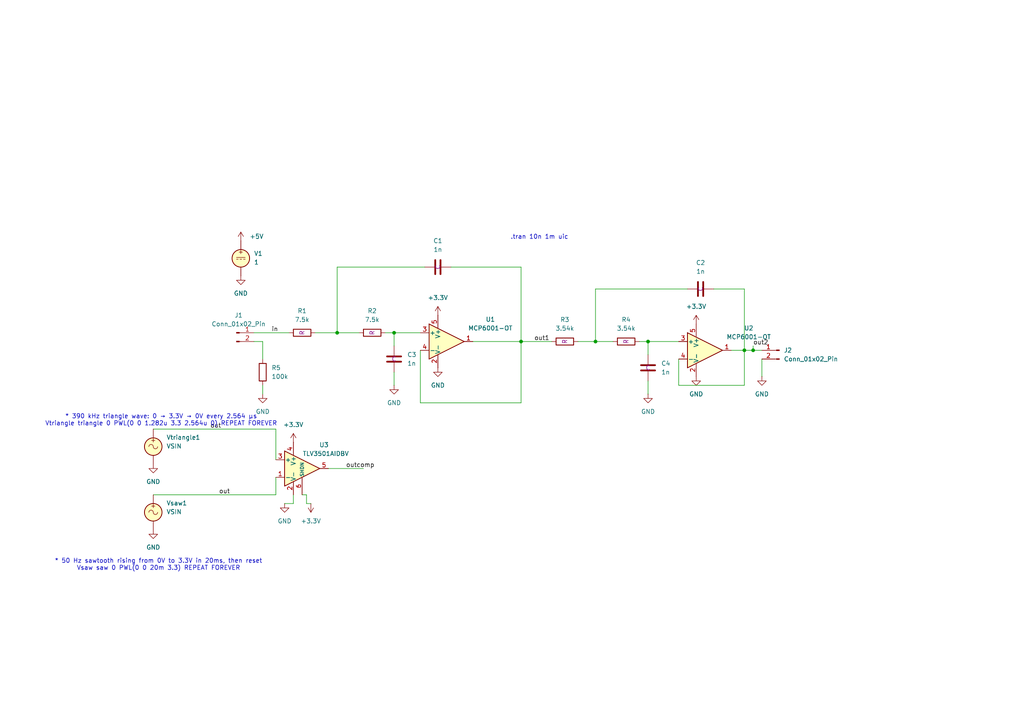
<source format=kicad_sch>
(kicad_sch (version 20250114) (generator "eeschema") (generator_version "9.0")
  (paper "A4")
  (lib_symbols
    (symbol "Amplifier_Operational:MCP6001-OT" (pin_names (offset 0.127))
      (property "Reference" "U" (at -1.27 6.35 0))
      (property "Value" "MCP6001-OT" (at -1.27 3.81 0))
      (symbol "MCP6001-OT_0_1"
        (polyline (pts (xy -5.08 5.08) (xy 5.08 0) (xy -5.08 -5.08) (xy -5.08 5.08)) (stroke (width 0.254)) (fill (type background)))
        (pin power_in line (at -2.54 7.62 270) (length 3.81) (name "V+") (number "5"))
        (pin power_in line (at -2.54 -7.62 90) (length 3.81) (name "V-") (number "2"))
      )
      (symbol "MCP6001-OT_1_1"
        (pin input line (at -7.62 2.54 0) (length 2.54) (name "+") (number "3"))
        (pin input line (at -7.62 -2.54 0) (length 2.54) (name "-") (number "4"))
        (pin output line (at 7.62 0 180) (length 2.54) (name "~") (number "1"))
      )
    )
    (symbol "Comparator:TLV3501AIDBV" (pin_names (offset 0.127))
      (property "Reference" "U" (at 3.81 -5.08 0))
      (property "Value" "TLV3501AIDBV" (at 3.81 -7.62 0))
      (symbol "TLV3501AIDBV_1_1"
        (polyline (pts (xy -5.08 5.08) (xy 5.08 0) (xy -5.08 -5.08) (xy -5.08 5.08)) (stroke (width 0.254)) (fill (type background)))
        (pin input line (at -7.62 2.54 0) (length 2.54) (name "+") (number "3"))
        (pin input line (at -7.62 -2.54 0) (length 2.54) (name "-") (number "1"))
        (pin power_in line (at -2.54 7.62 270) (length 3.81) (name "V+") (number "4"))
        (pin power_in line (at -2.54 -7.62 90) (length 3.81) (name "V-") (number "2"))
        (pin input line (at 0 -7.62 90) (length 5.08) (name "SHDN") (number "6"))
        (pin output line (at 7.62 0 180) (length 2.54) (name "~") (number "5"))
      )
    )
    (symbol "Connector:Conn_01x02_Pin" (pin_names (offset 1.016) (hide yes))
      (property "Reference" "J" (at 0 2.54 0))
      (property "Value" "Conn_01x02_Pin" (at 0 -5.08 0))
      (symbol "Conn_01x02_Pin_1_1"
        (rectangle (start 0.8636 0.127) (end 0 -0.127) (stroke (width 0.1524)) (fill (type outline)))
        (rectangle (start 0.8636 -2.413) (end 0 -2.667) (stroke (width 0.1524)) (fill (type outline)))
        (polyline (pts (xy 1.27 0) (xy 0.8636 0)) (stroke (width 0.1524)))
        (polyline (pts (xy 1.27 -2.54) (xy 0.8636 -2.54)) (stroke (width 0.1524)))
        (pin passive line (at 5.08 0 180) (length 3.81) (name "Pin_1") (number "1"))
        (pin passive line (at 5.08 -2.54 180) (length 3.81) (name "Pin_2") (number "2"))
      )
    )
    (symbol "Device:C" (pin_numbers (hide yes)) (pin_names (offset 0.254))
      (property "Reference" "C" (at 0.635 2.54 0))
      (property "Value" "C" (at 0.635 -2.54 0))
      (symbol "C_0_1"
        (polyline (pts (xy -2.032 0.762) (xy 2.032 0.762)) (stroke (width 0.508)))
        (polyline (pts (xy -2.032 -0.762) (xy 2.032 -0.762)) (stroke (width 0.508)))
      )
      (symbol "C_1_1"
        (pin passive line (at 0 3.81 270) (length 2.794) (name "~") (number "1"))
        (pin passive line (at 0 -3.81 90) (length 2.794) (name "~") (number "2"))
      )
    )
    (symbol "Device:R" (pin_numbers (hide yes)) (pin_names (offset 0))
      (property "Reference" "R" (at 2.032 0 90))
      (property "Value" "R" (at 0 0 90))
      (symbol "R_0_1"
        (rectangle (start -1.016 -2.54) (end 1.016 2.54) (stroke (width 0.254)))
      )
      (symbol "R_1_1"
        (pin passive line (at 0 3.81 270) (length 1.27) (name "~") (number "1"))
        (pin passive line (at 0 -3.81 90) (length 1.27) (name "~") (number "2"))
      )
    )
    (symbol "Simulation_SPICE:VDC" (pin_numbers (hide yes)) (pin_names (offset 0.0254))
      (property "Reference" "V" (at 2.54 2.54 0))
      (property "Value" "1" (at 2.54 0 0))
      (symbol "VDC_0_0"
        (polyline (pts (xy -1.27 0.254) (xy 1.27 0.254)))
        (polyline (pts (xy -0.762 -0.254) (xy -1.27 -0.254)))
        (polyline (pts (xy 0.254 -0.254) (xy -0.254 -0.254)))
        (polyline (pts (xy 1.27 -0.254) (xy 0.762 -0.254)))
        (text "+" (at 0 1.905 0) (effects (font (size 1.27 1.27))))
      )
      (symbol "VDC_0_1"
        (circle (center 0 0) (radius 2.54) (stroke (width 0.254)) (fill (type background)))
      )
      (symbol "VDC_1_1"
        (pin passive line (at 0 5.08 270) (length 2.54) (name "~") (number "1"))
        (pin passive line (at 0 -5.08 90) (length 2.54) (name "~") (number "2"))
      )
    )
    (symbol "Simulation_SPICE:VSIN" (pin_numbers (hide yes)) (pin_names (offset 0.0254))
      (property "Reference" "V" (at 2.54 2.54 0))
      (property "Value" "VSIN" (at 2.54 0 0))
      (property "Sim.Params" "dc=0 ampl=1 f=1k ac=1" (at 2.54 -2.54 0))
      (symbol "VSIN_0_0"
        (arc (start -1.27 0) (mid -0.635 0.6323) (end 0 0))
        (arc (start 1.27 0) (mid 0.635 -0.6323) (end 0 0))
        (text "+" (at 0 1.905 0) (effects (font (size 1.27 1.27))))
      )
      (symbol "VSIN_0_1"
        (circle (center 0 0) (radius 2.54) (stroke (width 0.254)) (fill (type background)))
      )
      (symbol "VSIN_1_1"
        (pin passive line (at 0 5.08 270) (length 2.54) (name "~") (number "1"))
        (pin passive line (at 0 -5.08 90) (length 2.54) (name "~") (number "2"))
      )
    )
    (symbol "power:+3.3V" (power) (pin_numbers (hide yes)) (pin_names (offset 0) (hide yes))
      (property "Value" "+3.3V" (at 0 3.556 0))
      (symbol "+3.3V_0_1"
        (polyline (pts (xy -0.762 1.27) (xy 0 2.54)))
        (polyline (pts (xy 0 2.54) (xy 0.762 1.27)))
        (polyline (pts (xy 0 0) (xy 0 2.54)))
      )
      (symbol "+3.3V_1_1"
        (pin power_in line (at 0 0 90) (length 0) (name "~") (number "1"))
      )
    )
    (symbol "power:GND" (power) (pin_numbers (hide yes)) (pin_names (offset 0) (hide yes))
      (property "Value" "GND" (at 0 -3.81 0))
      (symbol "GND_0_1"
        (polyline (pts (xy 0 0) (xy 0 -1.27) (xy 1.27 -1.27) (xy 0 -2.54) (xy -1.27 -1.27) (xy 0 -1.27)))
      )
      (symbol "GND_1_1"
        (pin power_in line (at 0 0 270) (length 0) (name "~") (number "1"))
      )
    )
  )
  (text ".tran 10n 1m uic\n" (at 156.464 68.834 0) (effects (font (size 1.27 1.27))))
  (text "* 390 kHz triangle wave: 0 → 3.3V → 0V every 2.564 µs\nVtriangle triangle 0 PWL(0 0 1.282u 3.3 2.564u 0) REPEAT FOREVER\n" (at 46.736 121.92 0) (effects (font (size 1.27 1.27))))
  (text "* 50 Hz sawtooth rising from 0V to 3.3V in 20ms, then reset\nVsaw saw 0 PWL(0 0 20m 3.3) REPEAT FOREVER\n" (at 45.974 163.83 0) (effects (font (size 1.27 1.27))))
  (junction (at 97.79 96.52))
  (junction (at 215.9 101.6))
  (junction (at 114.3 96.52))
  (junction (at 172.72 99.06))
  (junction (at 187.96 99.06))
  (junction (at 151.13 99.06))
  (junction (at 218.44 101.6))
  (wire (pts (xy 76.2 99.06) (xy 76.2 104.14)))
  (wire (pts (xy 196.85 111.76) (xy 196.85 104.14)))
  (wire (pts (xy 212.09 101.6) (xy 215.9 101.6)))
  (wire (pts (xy 114.3 96.52) (xy 121.92 96.52)))
  (wire (pts (xy 97.79 96.52) (xy 104.14 96.52)))
  (wire (pts (xy 215.9 111.76) (xy 196.85 111.76)))
  (wire (pts (xy 172.72 99.06) (xy 177.8 99.06)))
  (wire (pts (xy 73.66 96.52) (xy 83.82 96.52)))
  (wire (pts (xy 90.17 146.05) (xy 88.9 146.05)))
  (wire (pts (xy 187.96 99.06) (xy 196.85 99.06)))
  (wire (pts (xy 218.44 101.6) (xy 220.98 101.6)))
  (wire (pts (xy 121.92 116.84) (xy 121.92 101.6)))
  (wire (pts (xy 137.16 99.06) (xy 151.13 99.06)))
  (wire (pts (xy 220.98 104.14) (xy 220.98 109.22)))
  (wire (pts (xy 82.55 146.05) (xy 85.09 146.05)))
  (wire (pts (xy 111.76 96.52) (xy 114.3 96.52)))
  (wire (pts (xy 151.13 116.84) (xy 121.92 116.84)))
  (wire (pts (xy 44.45 124.46) (xy 80.01 124.46)))
  (wire (pts (xy 97.79 77.47) (xy 97.79 96.52)))
  (wire (pts (xy 187.96 99.06) (xy 187.96 102.87)))
  (wire (pts (xy 215.9 101.6) (xy 215.9 111.76)))
  (wire (pts (xy 88.9 146.05) (xy 88.9 143.51)))
  (wire (pts (xy 185.42 99.06) (xy 187.96 99.06)))
  (wire (pts (xy 88.9 143.51) (xy 87.63 143.51)))
  (wire (pts (xy 151.13 99.06) (xy 151.13 77.47)))
  (wire (pts (xy 187.96 110.49) (xy 187.96 114.3)))
  (wire (pts (xy 95.25 135.89) (xy 105.41 135.89)))
  (wire (pts (xy 114.3 107.95) (xy 114.3 111.76)))
  (wire (pts (xy 76.2 111.76) (xy 76.2 114.3)))
  (wire (pts (xy 80.01 143.51) (xy 80.01 138.43)))
  (wire (pts (xy 172.72 83.82) (xy 172.72 99.06)))
  (wire (pts (xy 44.45 143.51) (xy 80.01 143.51)))
  (wire (pts (xy 123.19 77.47) (xy 97.79 77.47)))
  (wire (pts (xy 218.44 100.33) (xy 218.44 101.6)))
  (wire (pts (xy 151.13 99.06) (xy 151.13 116.84)))
  (wire (pts (xy 199.39 83.82) (xy 172.72 83.82)))
  (wire (pts (xy 215.9 101.6) (xy 218.44 101.6)))
  (wire (pts (xy 215.9 83.82) (xy 207.01 83.82)))
  (wire (pts (xy 91.44 96.52) (xy 97.79 96.52)))
  (wire (pts (xy 167.64 99.06) (xy 172.72 99.06)))
  (wire (pts (xy 151.13 77.47) (xy 130.81 77.47)))
  (wire (pts (xy 151.13 99.06) (xy 160.02 99.06)))
  (wire (pts (xy 80.01 124.46) (xy 80.01 133.35)))
  (wire (pts (xy 85.09 146.05) (xy 85.09 143.51)))
  (wire (pts (xy 114.3 96.52) (xy 114.3 100.33)))
  (wire (pts (xy 73.66 99.06) (xy 76.2 99.06)))
  (wire (pts (xy 215.9 101.6) (xy 215.9 83.82)))
  (label "out2" (at 218.44 100.33 0))
  (label "outcomp" (at 100.33 135.89 0))
  (label "out" (at 60.96 124.46 0))
  (label "out" (at 63.5 143.51 0))
  (label "out1" (at 154.94 99.06 0))
  (label "in" (at 78.74 96.52 0))
  (symbol (lib_id "power:GND") (at 82.55 146.05 0) (unit 1)
    (property "Reference" "#PWR013" (effects (hide yes)))
    (property "Value" "GND" (at 82.55 151.13 0))
    (property "Description" "Power symbol creates a global label with name \"GND\" , ground" (effects (hide yes)))
  )
  (symbol (lib_id "power:GND") (at 187.96 114.3 0) (unit 1)
    (property "Reference" "#PWR010" (effects (hide yes)))
    (property "Value" "GND" (at 187.96 119.38 0))
    (property "Description" "Power symbol creates a global label with name \"GND\" , ground" (effects (hide yes)))
  )
  (symbol (lib_id "power:GND") (at 44.45 134.62 0) (unit 1)
    (property "Reference" "#PWR012" (effects (hide yes)))
    (property "Value" "GND" (at 44.45 139.7 0))
    (property "Description" "Power symbol creates a global label with name \"GND\" , ground" (effects (hide yes)))
  )
  (symbol (lib_id "Device:C") (at 187.96 106.68 0) (unit 1)
    (property "Reference" "C4" (at 191.77 105.4099 0) (effects (justify left)))
    (property "Value" "1n" (at 191.77 107.9499 0) (effects (justify left)))
    (property "Description" "Unpolarized capacitor" (effects (hide yes)))
    (property "Sim.Device" "C" (at 187.96 106.68 0))
    (property "Sim.Pins" "1=+ 2=-" (effects (hide yes)))
  )
  (symbol (lib_id "Amplifier_Operational:MCP6001-OT") (at 129.54 99.06 0) (unit 1)
    (property "Reference" "U1" (at 142.24 92.6398 0))
    (property "Value" "MCP6001-OT" (at 142.24 95.1798 0))
    (property "Footprint" "Package_TO_SOT_SMD:SOT-23-5" (effects (hide yes)))
    (property "Datasheet" "https://ww1.microchip.com/downloads/en/DeviceDoc/MCP6001-1R-1U-2-4-1-MHz-Low-Power-Op-Amp-DS20001733L.pdf" (effects (hide yes)))
    (property "Description" "1MHz, Low-Power Op Amp, SOT-23-5" (effects (hide yes)))
    (property "Sim.Library" "C:\\Users\\Mads2\\Projects\\DTU\\Oscilloscope\\docs\\Kicad\\Spice_Models\\MCP6001.lib" (effects (hide yes)))
    (property "Sim.Name" "MCP6001" (effects (hide yes)))
    (property "Sim.Device" "SUBCKT" (effects (hide yes)))
    (property "Sim.Pins" "1=1 2=2 3=3 4=4 5=5" (effects (hide yes)))
  )
  (symbol (lib_id "power:GND") (at 127 106.68 0) (unit 1)
    (property "Reference" "#PWR05" (effects (hide yes)))
    (property "Value" "GND" (at 127 111.76 0))
    (property "Description" "Power symbol creates a global label with name \"GND\" , ground" (effects (hide yes)))
  )
  (symbol (lib_id "power:+3.3V") (at 85.09 128.27 0) (unit 1)
    (property "Reference" "#PWR011" (effects (hide yes)))
    (property "Value" "+3.3V" (at 85.09 123.19 0))
    (property "Description" "Power symbol creates a global label with name \"+3.3V\"" (effects (hide yes)))
  )
  (symbol (lib_id "Simulation_SPICE:VDC") (at 69.85 74.93 0) (unit 1)
    (property "Reference" "V1" (at 73.66 73.5301 0) (effects (justify left)))
    (property "Value" "1" (at 73.66 76.0701 0) (effects (justify left)))
    (property "Datasheet" "https://ngspice.sourceforge.io/docs/ngspice-html-manual/manual.xhtml#sec_Independent_Sources_for" (effects (hide yes)))
    (property "Description" "Voltage source, DC" (effects (hide yes)))
    (property "Sim.Pins" "1=+ 2=-" (effects (hide yes)))
    (property "Sim.Type" "DC" (effects (hide yes)))
    (property "Sim.Device" "V" (effects (hide yes)))
  )
  (symbol (lib_id "Simulation_SPICE:VSIN") (at 44.45 129.54 0) (unit 1)
    (property "Reference" "Vtriangle1" (at 48.26 126.8701 0) (effects (justify left)))
    (property "Value" "VSIN" (at 48.26 129.4101 0) (effects (justify left)))
    (property "Datasheet" "https://ngspice.sourceforge.io/docs/ngspice-html-manual/manual.xhtml#sec_Independent_Sources_for" (effects (hide yes)))
    (property "Description" "Voltage source, sinusoidal" (effects (hide yes)))
    (property "Sim.Device" "SPICE" (effects (hide yes)))
  )
  (symbol (lib_id "Device:C") (at 127 77.47 90) (unit 1)
    (property "Reference" "C1" (at 127 69.85 90))
    (property "Value" "1n" (at 127 72.39 90))
    (property "Description" "Unpolarized capacitor" (effects (hide yes)))
    (property "Sim.Device" "C" (at 127 77.47 0))
    (property "Sim.Pins" "1=+ 2=-" (effects (hide yes)))
  )
  (symbol (lib_id "Device:R") (at 181.61 99.06 90) (unit 1)
    (property "Reference" "R4" (at 181.61 92.71 90))
    (property "Value" "3.54k" (at 181.61 95.25 90))
    (property "Description" "Resistor" (effects (hide yes)))
    (property "Sim.Device" "R" (at 181.61 99.06 0))
    (property "Sim.Pins" "1=+ 2=-" (effects (hide yes)))
  )
  (symbol (lib_id "power:+3.3V") (at 90.17 146.05 180) (unit 1)
    (property "Reference" "#PWR014" (effects (hide yes)))
    (property "Value" "+3.3V" (at 90.17 151.13 0))
    (property "Description" "Power symbol creates a global label with name \"+3.3V\"" (effects (hide yes)))
  )
  (symbol (lib_id "power:+3.3V") (at 201.93 93.98 0) (unit 1)
    (property "Reference" "#PWR04" (effects (hide yes)))
    (property "Value" "+3.3V" (at 201.93 88.9 0))
    (property "Description" "Power symbol creates a global label with name \"+3.3V\"" (effects (hide yes)))
  )
  (symbol (lib_id "Comparator:TLV3501AIDBV") (at 87.63 135.89 0) (unit 1)
    (property "Reference" "U3" (at 93.98 129.032 0))
    (property "Value" "TLV3501AIDBV" (at 94.488 131.572 0))
    (property "Footprint" "Package_TO_SOT_SMD:SOT-23-6" (effects (hide yes)))
    (property "Datasheet" "https://www.ti.com/lit/ds/symlink/tlv3501.pdf" (effects (hide yes)))
    (property "Description" "High-Speed Comparator, 4.5-ns, Rail-to-Rail, Push-Pull CMOS Output, SOT-23-6" (effects (hide yes)))
    (property "Sim.Library" "C:\\Users\\Mads2\\Projects\\DTU\\Oscilloscope\\docs\\Kicad\\Spice_Models\\TLV3501\\tlv3501.lib" (effects (hide yes)))
    (property "Sim.Name" "TLV3501" (effects (hide yes)))
    (property "Sim.Device" "SUBCKT" (effects (hide yes)))
    (property "Sim.Pins" "1=IN- 2=V- 3=IN+ 4=V+ 5=OUT 6=SHDN" (effects (hide yes)))
  )
  (symbol (lib_id "Device:R") (at 107.95 96.52 90) (unit 1)
    (property "Reference" "R2" (at 107.95 90.17 90))
    (property "Value" "7.5k" (at 107.95 92.71 90))
    (property "Description" "Resistor" (effects (hide yes)))
    (property "Sim.Device" "R" (at 107.95 96.52 0))
    (property "Sim.Pins" "1=- 2=+" (effects (hide yes)))
  )
  (symbol (lib_id "power:GND") (at 76.2 114.3 0) (unit 1)
    (property "Reference" "#PWR09" (effects (hide yes)))
    (property "Value" "GND" (at 76.2 119.38 0))
    (property "Description" "Power symbol creates a global label with name \"GND\" , ground" (effects (hide yes)))
  )
  (symbol (lib_id "power:GND") (at 201.93 109.22 0) (unit 1)
    (property "Reference" "#PWR06" (effects (hide yes)))
    (property "Value" "GND" (at 201.93 114.3 0))
    (property "Description" "Power symbol creates a global label with name \"GND\" , ground" (effects (hide yes)))
  )
  (symbol (lib_id "Amplifier_Operational:MCP6001-OT") (at 204.47 101.6 0) (unit 1)
    (property "Reference" "U2" (at 217.17 95.1798 0))
    (property "Value" "MCP6001-OT" (at 217.17 97.7198 0))
    (property "Footprint" "Package_TO_SOT_SMD:SOT-23-5" (effects (hide yes)))
    (property "Datasheet" "https://ww1.microchip.com/downloads/en/DeviceDoc/MCP6001-1R-1U-2-4-1-MHz-Low-Power-Op-Amp-DS20001733L.pdf" (effects (hide yes)))
    (property "Description" "1MHz, Low-Power Op Amp, SOT-23-5" (effects (hide yes)))
    (property "Sim.Library" "C:\\Users\\Mads2\\Projects\\DTU\\Oscilloscope\\docs\\Kicad\\Spice_Models\\MCP6001.lib" (effects (hide yes)))
    (property "Sim.Name" "MCP6001" (effects (hide yes)))
    (property "Sim.Device" "SUBCKT" (effects (hide yes)))
    (property "Sim.Pins" "1=1 2=2 3=3 4=4 5=5" (effects (hide yes)))
  )
  (symbol (lib_id "Device:R") (at 87.63 96.52 90) (unit 1)
    (property "Reference" "R1" (at 87.63 90.17 90))
    (property "Value" "7.5k" (at 87.63 92.71 90))
    (property "Description" "Resistor" (effects (hide yes)))
    (property "Sim.Device" "R" (at 87.63 96.52 0))
    (property "Sim.Pins" "1=+ 2=-" (effects (hide yes)))
  )
  (symbol (lib_id "Connector:Conn_01x02_Pin") (at 68.58 96.52 0) (unit 1)
    (property "Reference" "J1" (at 69.215 91.44 0))
    (property "Value" "Conn_01x02_Pin" (at 69.215 93.98 0))
    (property "Description" "Generic connector, single row, 01x02, script generated" (effects (hide yes)))
    (property "Sim.Device" "V" (effects (hide yes)))
    (property "Sim.Type" "PULSE" (effects (hide yes)))
    (property "Sim.Pins" "1=+ 2=-" (effects (hide yes)))
    (property "Sim.Params" "y1=0 y2=3.3 td=0 tr=10n tf=10n tw=12.5u per=25u" (effects (hide yes)))
  )
  (symbol (lib_id "Device:C") (at 203.2 83.82 90) (unit 1)
    (property "Reference" "C2" (at 203.2 76.2 90))
    (property "Value" "1n" (at 203.2 78.74 90))
    (property "Description" "Unpolarized capacitor" (effects (hide yes)))
    (property "Sim.Device" "C" (at 203.2 83.82 0))
    (property "Sim.Pins" "1=- 2=+" (effects (hide yes)))
  )
  (symbol (lib_id "Device:C") (at 114.3 104.14 0) (unit 1)
    (property "Reference" "C3" (at 118.11 102.8699 0) (effects (justify left)))
    (property "Value" "1n" (at 118.11 105.4099 0) (effects (justify left)))
    (property "Description" "Unpolarized capacitor" (effects (hide yes)))
    (property "Sim.Device" "C" (at 114.3 104.14 0))
    (property "Sim.Pins" "1=+ 2=-" (effects (hide yes)))
  )
  (symbol (lib_id "power:GND") (at 69.85 80.01 0) (unit 1)
    (property "Reference" "#PWR02" (effects (hide yes)))
    (property "Value" "GND" (at 69.85 85.09 0))
    (property "Description" "Power symbol creates a global label with name \"GND\" , ground" (effects (hide yes)))
  )
  (symbol (lib_id "power:GND") (at 44.45 153.67 0) (unit 1)
    (property "Reference" "#PWR015" (effects (hide yes)))
    (property "Value" "GND" (at 44.45 158.75 0))
    (property "Description" "Power symbol creates a global label with name \"GND\" , ground" (effects (hide yes)))
  )
  (symbol (lib_id "Connector:Conn_01x02_Pin") (at 226.06 101.6 0) (mirror y) (unit 1) (exclude_from_sim yes)
    (property "Reference" "J2" (at 227.33 101.5999 0) (effects (justify right)))
    (property "Value" "Conn_01x02_Pin" (at 227.33 104.1399 0) (effects (justify right)))
    (property "Description" "Generic connector, single row, 01x02, script generated" (effects (hide yes)))
  )
  (symbol (lib_id "Device:R") (at 76.2 107.95 0) (unit 1)
    (property "Reference" "R5" (at 78.74 106.6799 0) (effects (justify left)))
    (property "Value" "100k" (at 78.74 109.2199 0) (effects (justify left)))
    (property "Description" "Resistor" (effects (hide yes)))
  )
  (symbol (lib_id "Simulation_SPICE:VSIN") (at 44.45 148.59 0) (unit 1)
    (property "Reference" "Vsaw1" (at 48.26 145.9201 0) (effects (justify left)))
    (property "Value" "VSIN" (at 48.26 148.4601 0) (effects (justify left)))
    (property "Datasheet" "https://ngspice.sourceforge.io/docs/ngspice-html-manual/manual.xhtml#sec_Independent_Sources_for" (effects (hide yes)))
    (property "Description" "Voltage source, sinusoidal" (effects (hide yes)))
    (property "Sim.Device" "SPICE" (effects (hide yes)))
  )
  (symbol (lib_id "power:+3.3V") (at 127 91.44 0) (unit 1)
    (property "Reference" "#PWR03" (effects (hide yes)))
    (property "Value" "+3.3V" (at 127 86.36 0))
    (property "Description" "Power symbol creates a global label with name \"+3.3V\"" (effects (hide yes)))
  )
  (symbol (lib_id "power:GND") (at 114.3 111.76 0) (unit 1)
    (property "Reference" "#PWR08" (effects (hide yes)))
    (property "Value" "GND" (at 114.3 116.84 0))
    (property "Description" "Power symbol creates a global label with name \"GND\" , ground" (effects (hide yes)))
  )
  (symbol (lib_id "Device:R") (at 163.83 99.06 90) (unit 1)
    (property "Reference" "R3" (at 163.83 92.71 90))
    (property "Value" "3.54k" (at 163.83 95.25 90))
    (property "Description" "Resistor" (effects (hide yes)))
    (property "Sim.Device" "R" (at 163.83 99.06 0))
    (property "Sim.Pins" "1=+ 2=-" (effects (hide yes)))
  )
  (symbol (lib_id "power:GND") (at 220.98 109.22 0) (unit 1)
    (property "Reference" "#PWR07" (effects (hide yes)))
    (property "Value" "GND" (at 220.98 114.3 0))
    (property "Description" "Power symbol creates a global label with name \"GND\" , ground" (effects (hide yes)))
  )
  (symbol (lib_id "power:+3.3V") (at 69.85 69.85 0) (unit 1)
    (property "Reference" "#PWR01" (effects (hide yes)))
    (property "Value" "+5V" (at 72.39 68.5799 0) (effects (justify left)))
    (property "Description" "Power symbol creates a global label with name \"+3.3V\"" (effects (hide yes)))
  )
)
</source>
